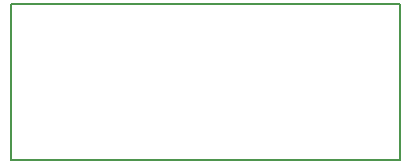
<source format=gbr>
G04 #@! TF.GenerationSoftware,KiCad,Pcbnew,5.1.5+dfsg1-2build2*
G04 #@! TF.CreationDate,2021-03-12T18:36:22+01:00*
G04 #@! TF.ProjectId,70cm_preamp,3730636d-5f70-4726-9561-6d702e6b6963,rev?*
G04 #@! TF.SameCoordinates,Original*
G04 #@! TF.FileFunction,Profile,NP*
%FSLAX46Y46*%
G04 Gerber Fmt 4.6, Leading zero omitted, Abs format (unit mm)*
G04 Created by KiCad (PCBNEW 5.1.5+dfsg1-2build2) date 2021-03-12 18:36:22*
%MOMM*%
%LPD*%
G04 APERTURE LIST*
%ADD10C,0.150000*%
G04 APERTURE END LIST*
D10*
X42600000Y-43400000D02*
X42600000Y-36800000D01*
X75600000Y-43400000D02*
X42600000Y-43400000D01*
X75600000Y-30200000D02*
X75600000Y-43400000D01*
X42600000Y-30200000D02*
X75600000Y-30200000D01*
X42600000Y-36800000D02*
X42600000Y-30200000D01*
M02*

</source>
